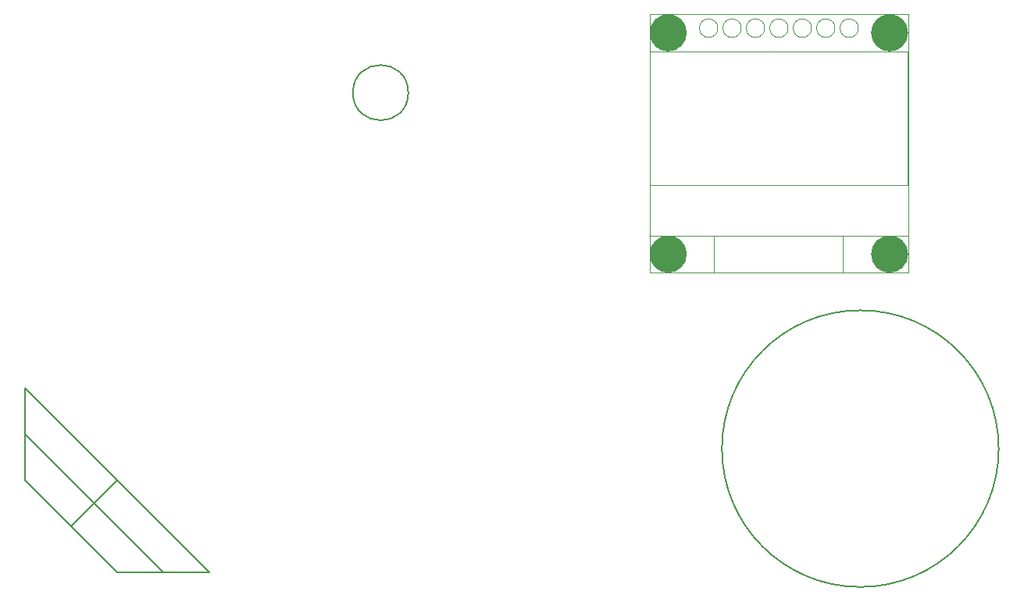
<source format=gbr>
%TF.GenerationSoftware,KiCad,Pcbnew,(6.0.5)*%
%TF.CreationDate,2022-06-20T23:01:54+02:00*%
%TF.ProjectId,clarinoid-devboard,636c6172-696e-46f6-9964-2d646576626f,rev?*%
%TF.SameCoordinates,Original*%
%TF.FileFunction,Other,Comment*%
%FSLAX46Y46*%
G04 Gerber Fmt 4.6, Leading zero omitted, Abs format (unit mm)*
G04 Created by KiCad (PCBNEW (6.0.5)) date 2022-06-20 23:01:54*
%MOMM*%
%LPD*%
G01*
G04 APERTURE LIST*
%ADD10C,0.150000*%
%ADD11C,0.120000*%
%ADD12C,2.000000*%
G04 APERTURE END LIST*
D10*
X106660804Y-120447034D02*
X86660804Y-100447034D01*
X101660804Y-120447034D02*
X86660804Y-105447034D01*
X86660804Y-110447034D02*
X96660804Y-120447034D01*
X91660804Y-115447034D02*
X96660804Y-110447034D01*
X86660804Y-100447034D02*
X86660804Y-110447034D01*
X192198312Y-107034542D02*
G75*
G03*
X192198312Y-107034542I-15000000J0D01*
G01*
X96660804Y-120447034D02*
X106660804Y-120447034D01*
%TO.C,H1*%
X128198312Y-68434542D02*
G75*
G03*
X128198312Y-68434542I-3000000J0D01*
G01*
D11*
%TO.C,U12*%
X154333948Y-83946200D02*
X182333948Y-83946200D01*
X161333948Y-83946200D02*
X175333948Y-83946200D01*
X175333948Y-83946200D02*
X175333948Y-87946200D01*
X175333948Y-87946200D02*
X161333948Y-87946200D01*
X161333948Y-87946200D02*
X161333948Y-83946200D01*
X154373948Y-59946200D02*
X182373948Y-59946200D01*
X182373948Y-59946200D02*
X182373948Y-87946200D01*
X182373948Y-87946200D02*
X154373948Y-87946200D01*
X154373948Y-87946200D02*
X154373948Y-59946200D01*
X182333948Y-63946200D02*
X154373948Y-63946200D01*
X154373948Y-63946200D02*
X154373948Y-78446200D01*
X154373948Y-78446200D02*
X182333948Y-78446200D01*
X182333948Y-78446200D02*
X182333948Y-63946200D01*
X169373948Y-61446200D02*
G75*
G03*
X169373948Y-61446200I-1000000J0D01*
G01*
X164293948Y-61446200D02*
G75*
G03*
X164293948Y-61446200I-1000000J0D01*
G01*
D12*
X181373948Y-61946200D02*
G75*
G03*
X181373948Y-61946200I-1000000J0D01*
G01*
D11*
X171913948Y-61446200D02*
G75*
G03*
X171913948Y-61446200I-1000000J0D01*
G01*
X161753948Y-61446200D02*
G75*
G03*
X161753948Y-61446200I-1000000J0D01*
G01*
X166833948Y-61446200D02*
G75*
G03*
X166833948Y-61446200I-1000000J0D01*
G01*
X176993948Y-61446200D02*
G75*
G03*
X176993948Y-61446200I-1000000J0D01*
G01*
X174453948Y-61446200D02*
G75*
G03*
X174453948Y-61446200I-1000000J0D01*
G01*
D12*
X157373948Y-61946200D02*
G75*
G03*
X157373948Y-61946200I-1000000J0D01*
G01*
X181373948Y-85946200D02*
G75*
G03*
X181373948Y-85946200I-1000000J0D01*
G01*
X157373948Y-85946200D02*
G75*
G03*
X157373948Y-85946200I-1000000J0D01*
G01*
%TD*%
M02*

</source>
